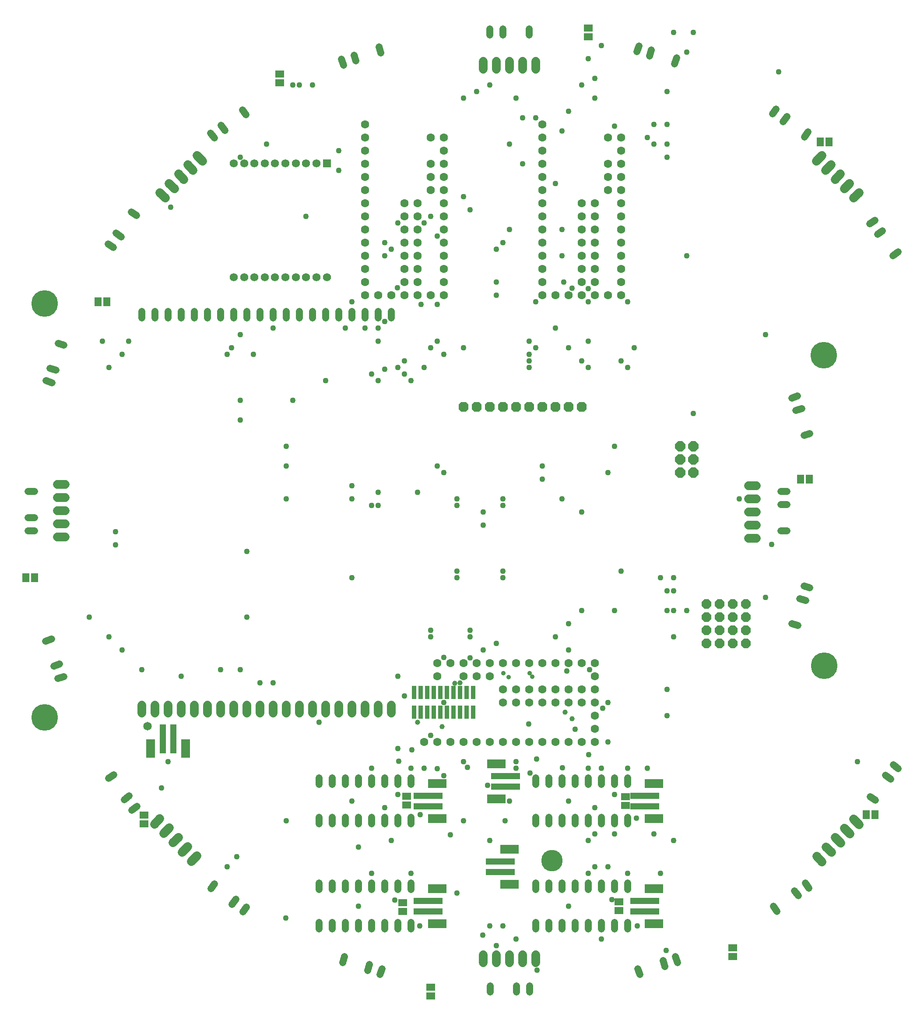
<source format=gbs>
G75*
%MOIN*%
%OFA0B0*%
%FSLAX25Y25*%
%IPPOS*%
%LPD*%
%AMOC8*
5,1,8,0,0,1.08239X$1,22.5*
%
%ADD10C,0.20285*%
%ADD11C,0.16348*%
%ADD12C,0.06600*%
%ADD13R,0.06506X0.05718*%
%ADD14R,0.22254X0.04537*%
%ADD15R,0.13986X0.06899*%
%ADD16C,0.05400*%
%ADD17OC8,0.07200*%
%ADD18C,0.06300*%
%ADD19C,0.06200*%
%ADD20R,0.06200X0.06200*%
%ADD21R,0.03750X0.10049*%
%ADD22OC8,0.07600*%
%ADD23R,0.04537X0.22254*%
%ADD24R,0.06899X0.13986*%
%ADD25OC8,0.08000*%
%ADD26R,0.05718X0.06506*%
%ADD27C,0.04362*%
%ADD28C,0.06506*%
%ADD29C,0.03969*%
%ADD30C,0.03600*%
D10*
X0162706Y0410343D03*
X0162706Y0725304D03*
X0756013Y0685934D03*
X0756406Y0449713D03*
D11*
X0549259Y0301383D03*
D12*
X0278891Y0305013D02*
X0274648Y0300771D01*
X0267577Y0307842D02*
X0271820Y0312085D01*
X0264749Y0319156D02*
X0260506Y0314913D01*
X0253435Y0321984D02*
X0257678Y0326227D01*
X0250606Y0333298D02*
X0246364Y0329055D01*
X0246800Y0413800D02*
X0246800Y0419800D01*
X0236800Y0419800D02*
X0236800Y0413800D01*
X0256800Y0413800D02*
X0256800Y0419800D01*
X0266800Y0419800D02*
X0266800Y0413800D01*
X0276800Y0413800D02*
X0276800Y0419800D01*
X0286800Y0419800D02*
X0286800Y0413800D01*
X0296800Y0413800D02*
X0296800Y0419800D01*
X0306800Y0419800D02*
X0306800Y0413800D01*
X0316800Y0413800D02*
X0316800Y0419800D01*
X0326800Y0419800D02*
X0326800Y0413800D01*
X0336800Y0413800D02*
X0336800Y0419800D01*
X0346800Y0419800D02*
X0346800Y0413800D01*
X0356800Y0413800D02*
X0356800Y0419800D01*
X0366800Y0419800D02*
X0366800Y0413800D01*
X0376800Y0413800D02*
X0376800Y0419800D01*
X0386800Y0419800D02*
X0386800Y0413800D01*
X0396800Y0413800D02*
X0396800Y0419800D01*
X0406800Y0419800D02*
X0406800Y0413800D01*
X0416800Y0413800D02*
X0416800Y0419800D01*
X0426800Y0419800D02*
X0426800Y0413800D01*
X0496800Y0229800D02*
X0496800Y0223800D01*
X0506800Y0223800D02*
X0506800Y0229800D01*
X0516800Y0229800D02*
X0516800Y0223800D01*
X0526800Y0223800D02*
X0526800Y0229800D01*
X0536800Y0229800D02*
X0536800Y0223800D01*
X0750702Y0304750D02*
X0754945Y0300508D01*
X0762016Y0307579D02*
X0757773Y0311821D01*
X0764844Y0318892D02*
X0769087Y0314650D01*
X0776158Y0321721D02*
X0771915Y0325963D01*
X0778986Y0333035D02*
X0783229Y0328792D01*
X0704800Y0546800D02*
X0698800Y0546800D01*
X0698800Y0556800D02*
X0704800Y0556800D01*
X0704800Y0566800D02*
X0698800Y0566800D01*
X0698800Y0576800D02*
X0704800Y0576800D01*
X0704800Y0586800D02*
X0698800Y0586800D01*
X0778821Y0805537D02*
X0783063Y0809779D01*
X0775992Y0816850D02*
X0771750Y0812608D01*
X0764679Y0819679D02*
X0768921Y0823921D01*
X0761850Y0830992D02*
X0757608Y0826750D01*
X0750537Y0833821D02*
X0754779Y0838063D01*
X0536800Y0903800D02*
X0536800Y0909800D01*
X0526800Y0909800D02*
X0526800Y0903800D01*
X0516800Y0903800D02*
X0516800Y0909800D01*
X0506800Y0909800D02*
X0506800Y0903800D01*
X0496800Y0903800D02*
X0496800Y0909800D01*
X0283063Y0833821D02*
X0278821Y0838063D01*
X0271750Y0830992D02*
X0275992Y0826750D01*
X0268921Y0819679D02*
X0264679Y0823921D01*
X0257608Y0816850D02*
X0261850Y0812608D01*
X0254779Y0805537D02*
X0250537Y0809779D01*
X0178461Y0587745D02*
X0172461Y0587745D01*
X0172461Y0577745D02*
X0178461Y0577745D01*
X0178461Y0567745D02*
X0172461Y0567745D01*
X0172461Y0557745D02*
X0178461Y0557745D01*
X0178461Y0547745D02*
X0172461Y0547745D01*
D13*
X0238561Y0335972D03*
X0238561Y0329279D03*
X0438611Y0343690D03*
X0438611Y0350383D03*
X0435580Y0269359D03*
X0435580Y0262666D03*
X0456800Y0205146D03*
X0456800Y0198454D03*
X0600265Y0263375D03*
X0600265Y0270068D03*
X0605176Y0343432D03*
X0605176Y0350125D03*
X0686800Y0235146D03*
X0686800Y0228454D03*
X0341800Y0893454D03*
X0341800Y0900146D03*
X0576800Y0928454D03*
X0576800Y0935146D03*
D14*
X0513887Y0365737D03*
X0513887Y0357863D03*
X0509713Y0300737D03*
X0509713Y0292863D03*
X0454713Y0270737D03*
X0454713Y0262863D03*
X0454713Y0342863D03*
X0454713Y0350737D03*
X0619713Y0350737D03*
X0619713Y0342863D03*
X0619713Y0270737D03*
X0619713Y0262863D03*
D15*
X0626800Y0253414D03*
X0626800Y0280186D03*
X0626800Y0333414D03*
X0626800Y0360186D03*
X0516800Y0310186D03*
X0516800Y0283414D03*
X0461800Y0280186D03*
X0461800Y0253414D03*
X0461800Y0333414D03*
X0461800Y0360186D03*
X0506800Y0348414D03*
X0506800Y0375186D03*
D16*
X0536800Y0364200D02*
X0536800Y0359400D01*
X0546800Y0359400D02*
X0546800Y0364200D01*
X0556800Y0364200D02*
X0556800Y0359400D01*
X0566800Y0359400D02*
X0566800Y0364200D01*
X0576800Y0364200D02*
X0576800Y0359400D01*
X0586800Y0359400D02*
X0586800Y0364200D01*
X0596800Y0364200D02*
X0596800Y0359400D01*
X0606800Y0359400D02*
X0606800Y0364200D01*
X0606800Y0334200D02*
X0606800Y0329400D01*
X0596800Y0329400D02*
X0596800Y0334200D01*
X0586800Y0334200D02*
X0586800Y0329400D01*
X0576800Y0329400D02*
X0576800Y0334200D01*
X0566800Y0334200D02*
X0566800Y0329400D01*
X0556800Y0329400D02*
X0556800Y0334200D01*
X0546800Y0334200D02*
X0546800Y0329400D01*
X0536800Y0329400D02*
X0536800Y0334200D01*
X0536800Y0284200D02*
X0536800Y0279400D01*
X0546800Y0279400D02*
X0546800Y0284200D01*
X0556800Y0284200D02*
X0556800Y0279400D01*
X0566800Y0279400D02*
X0566800Y0284200D01*
X0576800Y0284200D02*
X0576800Y0279400D01*
X0586800Y0279400D02*
X0586800Y0284200D01*
X0596800Y0284200D02*
X0596800Y0279400D01*
X0606800Y0279400D02*
X0606800Y0284200D01*
X0606800Y0254200D02*
X0606800Y0249400D01*
X0596800Y0249400D02*
X0596800Y0254200D01*
X0586800Y0254200D02*
X0586800Y0249400D01*
X0576800Y0249400D02*
X0576800Y0254200D01*
X0566800Y0254200D02*
X0566800Y0249400D01*
X0556800Y0249400D02*
X0556800Y0254200D01*
X0546800Y0254200D02*
X0546800Y0249400D01*
X0536800Y0249400D02*
X0536800Y0254200D01*
X0532076Y0206129D02*
X0532076Y0201329D01*
X0522076Y0201329D02*
X0522076Y0206129D01*
X0502076Y0206129D02*
X0502076Y0201329D01*
X0441800Y0249400D02*
X0441800Y0254200D01*
X0431800Y0254200D02*
X0431800Y0249400D01*
X0421800Y0249400D02*
X0421800Y0254200D01*
X0411800Y0254200D02*
X0411800Y0249400D01*
X0401800Y0249400D02*
X0401800Y0254200D01*
X0391800Y0254200D02*
X0391800Y0249400D01*
X0381800Y0249400D02*
X0381800Y0254200D01*
X0371800Y0254200D02*
X0371800Y0249400D01*
X0391189Y0228403D02*
X0389706Y0223838D01*
X0408727Y0217657D02*
X0410210Y0222222D01*
X0419721Y0219132D02*
X0418238Y0214567D01*
X0421800Y0279400D02*
X0421800Y0284200D01*
X0411800Y0284200D02*
X0411800Y0279400D01*
X0401800Y0279400D02*
X0401800Y0284200D01*
X0391800Y0284200D02*
X0391800Y0279400D01*
X0381800Y0279400D02*
X0381800Y0284200D01*
X0371800Y0284200D02*
X0371800Y0279400D01*
X0371800Y0329400D02*
X0371800Y0334200D01*
X0381800Y0334200D02*
X0381800Y0329400D01*
X0391800Y0329400D02*
X0391800Y0334200D01*
X0401800Y0334200D02*
X0401800Y0329400D01*
X0411800Y0329400D02*
X0411800Y0334200D01*
X0421800Y0334200D02*
X0421800Y0329400D01*
X0431800Y0329400D02*
X0431800Y0334200D01*
X0441800Y0334200D02*
X0441800Y0329400D01*
X0441800Y0359400D02*
X0441800Y0364200D01*
X0431800Y0364200D02*
X0431800Y0359400D01*
X0421800Y0359400D02*
X0421800Y0364200D01*
X0411800Y0364200D02*
X0411800Y0359400D01*
X0401800Y0359400D02*
X0401800Y0364200D01*
X0391800Y0364200D02*
X0391800Y0359400D01*
X0381800Y0359400D02*
X0381800Y0364200D01*
X0371800Y0364200D02*
X0371800Y0359400D01*
X0431800Y0284200D02*
X0431800Y0279400D01*
X0441800Y0279400D02*
X0441800Y0284200D01*
X0316566Y0266185D02*
X0313745Y0262301D01*
X0305655Y0268179D02*
X0308476Y0272063D01*
X0292296Y0283818D02*
X0289475Y0279935D01*
X0233149Y0342571D02*
X0229266Y0339750D01*
X0223388Y0347840D02*
X0227271Y0350662D01*
X0215515Y0366842D02*
X0211632Y0364021D01*
X0177419Y0441465D02*
X0172854Y0439981D01*
X0169763Y0449492D02*
X0174328Y0450975D01*
X0168148Y0469996D02*
X0163583Y0468513D01*
X0155106Y0552469D02*
X0150306Y0552469D01*
X0150306Y0562469D02*
X0155106Y0562469D01*
X0155106Y0582469D02*
X0150306Y0582469D01*
X0168345Y0665060D02*
X0163780Y0666543D01*
X0166870Y0676054D02*
X0171435Y0674571D01*
X0177615Y0693592D02*
X0173050Y0695075D01*
X0236800Y0714400D02*
X0236800Y0719200D01*
X0246800Y0719200D02*
X0246800Y0714400D01*
X0256800Y0714400D02*
X0256800Y0719200D01*
X0266800Y0719200D02*
X0266800Y0714400D01*
X0276800Y0714400D02*
X0276800Y0719200D01*
X0286800Y0719200D02*
X0286800Y0714400D01*
X0296800Y0714400D02*
X0296800Y0719200D01*
X0306800Y0719200D02*
X0306800Y0714400D01*
X0316800Y0714400D02*
X0316800Y0719200D01*
X0326800Y0719200D02*
X0326800Y0714400D01*
X0336800Y0714400D02*
X0336800Y0719200D01*
X0346800Y0719200D02*
X0346800Y0714400D01*
X0356800Y0714400D02*
X0356800Y0719200D01*
X0366800Y0719200D02*
X0366800Y0714400D01*
X0376800Y0714400D02*
X0376800Y0719200D01*
X0386800Y0719200D02*
X0386800Y0714400D01*
X0396800Y0714400D02*
X0396800Y0719200D01*
X0406800Y0719200D02*
X0406800Y0714400D01*
X0416800Y0714400D02*
X0416800Y0719200D01*
X0426800Y0719200D02*
X0426800Y0714400D01*
X0300150Y0857156D02*
X0297328Y0861039D01*
X0289238Y0855161D02*
X0292060Y0851278D01*
X0316330Y0868911D02*
X0313509Y0872795D01*
X0390441Y0906811D02*
X0388958Y0911376D01*
X0398468Y0914467D02*
X0399952Y0909902D01*
X0418973Y0916082D02*
X0417490Y0920647D01*
X0501800Y0929557D02*
X0501800Y0934357D01*
X0511800Y0934357D02*
X0511800Y0929557D01*
X0531800Y0929557D02*
X0531800Y0934357D01*
X0613997Y0916948D02*
X0615481Y0921513D01*
X0624991Y0918423D02*
X0623508Y0913858D01*
X0642529Y0907677D02*
X0644012Y0912243D01*
X0717152Y0869620D02*
X0719973Y0873503D01*
X0728063Y0867625D02*
X0725242Y0863742D01*
X0741422Y0851986D02*
X0744244Y0855870D01*
X0795082Y0788850D02*
X0791199Y0786029D01*
X0797077Y0777938D02*
X0800960Y0780760D01*
X0812716Y0764579D02*
X0808833Y0761758D01*
X0736337Y0654957D02*
X0731772Y0653474D01*
X0734862Y0643963D02*
X0739427Y0645447D01*
X0745608Y0626425D02*
X0741042Y0624942D01*
X0728255Y0582469D02*
X0723455Y0582469D01*
X0723455Y0572469D02*
X0728255Y0572469D01*
X0728255Y0552469D02*
X0723455Y0552469D01*
X0741082Y0510351D02*
X0745647Y0508868D01*
X0742557Y0499357D02*
X0737992Y0500840D01*
X0731811Y0481819D02*
X0736376Y0480336D01*
X0809108Y0374322D02*
X0812991Y0371501D01*
X0807114Y0363411D02*
X0803230Y0366232D01*
X0791475Y0350052D02*
X0795358Y0347230D01*
X0742052Y0284330D02*
X0744873Y0280447D01*
X0736783Y0274569D02*
X0733962Y0278452D01*
X0717782Y0266697D02*
X0720603Y0262813D01*
X0643198Y0228403D02*
X0644682Y0223838D01*
X0635171Y0220748D02*
X0633688Y0225313D01*
X0614667Y0219132D02*
X0616150Y0214567D01*
X0215200Y0767978D02*
X0211317Y0770800D01*
X0217195Y0778890D02*
X0221078Y0776069D01*
X0232834Y0792249D02*
X0228951Y0795070D01*
D17*
X0666800Y0496800D03*
X0666800Y0486800D03*
X0666800Y0476800D03*
X0666800Y0466800D03*
X0676800Y0466800D03*
X0676800Y0476800D03*
X0676800Y0486800D03*
X0676800Y0496800D03*
X0686800Y0496800D03*
X0686800Y0486800D03*
X0686800Y0476800D03*
X0686800Y0466800D03*
X0696800Y0466800D03*
X0696800Y0476800D03*
X0696800Y0486800D03*
X0696800Y0496800D03*
D18*
X0581800Y0451800D03*
X0581800Y0441800D03*
X0581800Y0431800D03*
X0581800Y0421800D03*
X0581800Y0411800D03*
X0581800Y0401800D03*
X0581800Y0391800D03*
X0571800Y0391800D03*
X0561800Y0391800D03*
X0551800Y0391800D03*
X0541800Y0391800D03*
X0531800Y0391800D03*
X0521800Y0391800D03*
X0511800Y0391800D03*
X0501800Y0391800D03*
X0491800Y0391800D03*
X0481800Y0391800D03*
X0471800Y0391800D03*
X0461800Y0391800D03*
X0451800Y0391800D03*
X0461800Y0441800D03*
X0461800Y0451800D03*
X0471800Y0451800D03*
X0481800Y0451800D03*
X0481800Y0441800D03*
X0491800Y0441800D03*
X0491800Y0451800D03*
X0501800Y0451800D03*
X0501800Y0441800D03*
X0511800Y0431800D03*
X0511800Y0421800D03*
X0521800Y0421800D03*
X0521800Y0431800D03*
X0531800Y0431800D03*
X0531800Y0421800D03*
X0541800Y0421800D03*
X0541800Y0431800D03*
X0551800Y0431800D03*
X0551800Y0421800D03*
X0561800Y0421800D03*
X0561800Y0431800D03*
X0571800Y0431800D03*
X0571800Y0421800D03*
X0571800Y0451800D03*
X0561800Y0451800D03*
X0551800Y0451800D03*
X0541800Y0451800D03*
X0531800Y0451800D03*
X0521800Y0451800D03*
X0511800Y0451800D03*
X0541800Y0731800D03*
X0541800Y0741800D03*
X0541800Y0751800D03*
X0541800Y0761800D03*
X0541800Y0771800D03*
X0541800Y0781800D03*
X0541800Y0791800D03*
X0541800Y0801800D03*
X0541800Y0811800D03*
X0541800Y0821800D03*
X0541800Y0831800D03*
X0541800Y0841800D03*
X0541800Y0851800D03*
X0541800Y0861800D03*
X0591800Y0851800D03*
X0601800Y0851800D03*
X0601800Y0841800D03*
X0601800Y0831800D03*
X0601800Y0821800D03*
X0601800Y0811800D03*
X0601800Y0801800D03*
X0601800Y0791800D03*
X0601800Y0781800D03*
X0601800Y0771800D03*
X0601800Y0761800D03*
X0601800Y0751800D03*
X0601800Y0741800D03*
X0601800Y0731800D03*
X0591800Y0731800D03*
X0581800Y0731800D03*
X0581800Y0741800D03*
X0581800Y0751800D03*
X0581800Y0761800D03*
X0581800Y0771800D03*
X0581800Y0781800D03*
X0581800Y0791800D03*
X0581800Y0801800D03*
X0571800Y0801800D03*
X0571800Y0791800D03*
X0571800Y0781800D03*
X0571800Y0771800D03*
X0571800Y0761800D03*
X0571800Y0751800D03*
X0571800Y0741800D03*
X0571800Y0731800D03*
X0561800Y0731800D03*
X0551800Y0731800D03*
X0591800Y0811800D03*
X0591800Y0821800D03*
X0591800Y0831800D03*
X0466800Y0831800D03*
X0466800Y0821800D03*
X0466800Y0811800D03*
X0466800Y0801800D03*
X0466800Y0791800D03*
X0466800Y0781800D03*
X0466800Y0771800D03*
X0466800Y0761800D03*
X0466800Y0751800D03*
X0466800Y0741800D03*
X0466800Y0731800D03*
X0456800Y0731800D03*
X0446800Y0731800D03*
X0446800Y0741800D03*
X0446800Y0751800D03*
X0446800Y0761800D03*
X0446800Y0771800D03*
X0446800Y0781800D03*
X0446800Y0791800D03*
X0446800Y0801800D03*
X0436800Y0801800D03*
X0436800Y0791800D03*
X0436800Y0781800D03*
X0436800Y0771800D03*
X0436800Y0761800D03*
X0436800Y0751800D03*
X0436800Y0741800D03*
X0436800Y0731800D03*
X0426800Y0731800D03*
X0416800Y0731800D03*
X0406800Y0731800D03*
X0406800Y0741800D03*
X0406800Y0751800D03*
X0406800Y0761800D03*
X0406800Y0771800D03*
X0406800Y0781800D03*
X0406800Y0791800D03*
X0406800Y0801800D03*
X0406800Y0811800D03*
X0406800Y0821800D03*
X0406800Y0831800D03*
X0406800Y0841800D03*
X0406800Y0851800D03*
X0406800Y0861800D03*
X0456800Y0851800D03*
X0466800Y0851800D03*
X0466800Y0841800D03*
X0456800Y0831800D03*
X0456800Y0821800D03*
X0456800Y0811800D03*
D19*
X0377687Y0745469D03*
X0369813Y0745469D03*
X0361939Y0745469D03*
X0354065Y0745469D03*
X0346191Y0745469D03*
X0338317Y0745469D03*
X0330443Y0745469D03*
X0322569Y0745469D03*
X0314695Y0745469D03*
X0306821Y0745469D03*
X0306821Y0832083D03*
X0314695Y0832083D03*
X0322569Y0832083D03*
X0330443Y0832083D03*
X0338317Y0832083D03*
X0346191Y0832083D03*
X0354065Y0832083D03*
X0361939Y0832083D03*
X0369813Y0832083D03*
D20*
X0377687Y0832083D03*
D21*
X0444300Y0429300D03*
X0449300Y0429300D03*
X0454300Y0429300D03*
X0459300Y0429300D03*
X0464300Y0429300D03*
X0469300Y0429300D03*
X0474300Y0429300D03*
X0479300Y0429300D03*
X0484300Y0429300D03*
X0489300Y0429300D03*
X0489300Y0414300D03*
X0484300Y0414300D03*
X0479300Y0414300D03*
X0474300Y0414300D03*
X0469300Y0414300D03*
X0464300Y0414300D03*
X0459300Y0414300D03*
X0454300Y0414300D03*
X0449300Y0414300D03*
X0444300Y0414300D03*
D22*
X0481800Y0646800D03*
X0491800Y0646800D03*
X0501800Y0646800D03*
X0511800Y0646800D03*
X0521800Y0646800D03*
X0531800Y0646800D03*
X0541800Y0646800D03*
X0551800Y0646800D03*
X0561800Y0646800D03*
X0571800Y0646800D03*
D23*
X0260737Y0393887D03*
X0252863Y0393887D03*
D24*
X0243414Y0386800D03*
X0270186Y0386800D03*
D25*
X0646800Y0596800D03*
X0646800Y0606800D03*
X0646800Y0616800D03*
X0656800Y0616800D03*
X0656800Y0606800D03*
X0656800Y0596800D03*
D26*
X0738454Y0591800D03*
X0745146Y0591800D03*
X0753597Y0848317D03*
X0760290Y0848317D03*
X0788532Y0336519D03*
X0795225Y0336519D03*
X0210146Y0726800D03*
X0203454Y0726800D03*
X0155146Y0516800D03*
X0148454Y0516800D03*
D27*
X0196800Y0486800D03*
X0211800Y0471800D03*
X0221800Y0461800D03*
X0236800Y0446800D03*
X0266800Y0441800D03*
X0296800Y0446800D03*
X0311800Y0446800D03*
X0326800Y0436800D03*
X0336800Y0436800D03*
X0371800Y0406800D03*
X0411800Y0371800D03*
X0432556Y0377020D03*
X0431800Y0386800D03*
X0442444Y0385604D03*
X0441800Y0371800D03*
X0451800Y0371800D03*
X0461822Y0371208D03*
X0466800Y0366164D03*
X0481800Y0376800D03*
X0484904Y0372464D03*
X0500245Y0358582D03*
X0516800Y0346800D03*
X0513593Y0331706D03*
X0501800Y0316800D03*
X0481800Y0331800D03*
X0471686Y0321156D03*
X0448926Y0336328D03*
X0431997Y0351682D03*
X0421800Y0341800D03*
X0426800Y0316800D03*
X0411800Y0291800D03*
X0401800Y0311800D03*
X0396800Y0346800D03*
X0346800Y0331800D03*
X0309137Y0304243D03*
X0301800Y0296800D03*
X0346531Y0257559D03*
X0401800Y0266800D03*
X0429664Y0271481D03*
X0441800Y0291800D03*
X0476800Y0276800D03*
X0501800Y0251800D03*
X0496573Y0244648D03*
X0506800Y0236800D03*
X0511800Y0251800D03*
X0521800Y0241800D03*
X0537862Y0217927D03*
X0561800Y0266800D03*
X0576800Y0291800D03*
X0581800Y0296800D03*
X0591800Y0296800D03*
X0606800Y0291800D03*
X0594831Y0271800D03*
X0614162Y0251800D03*
X0636080Y0233110D03*
X0586800Y0241800D03*
X0631800Y0291800D03*
X0641800Y0316800D03*
X0626800Y0321800D03*
X0613375Y0333769D03*
X0596800Y0321800D03*
X0581800Y0321800D03*
X0576800Y0316800D03*
X0581800Y0341800D03*
X0596800Y0351800D03*
X0586800Y0371800D03*
X0576800Y0371800D03*
X0577085Y0382173D03*
X0591800Y0391800D03*
X0606800Y0371800D03*
X0621800Y0371800D03*
X0636800Y0411800D03*
X0636800Y0431800D03*
X0641800Y0471800D03*
X0641800Y0491800D03*
X0636800Y0491800D03*
X0636800Y0506800D03*
X0641800Y0506800D03*
X0641800Y0516800D03*
X0631800Y0516800D03*
X0601800Y0521800D03*
X0596800Y0491800D03*
X0571800Y0491800D03*
X0561800Y0481800D03*
X0551800Y0471800D03*
X0561800Y0461800D03*
X0560474Y0445701D03*
X0577774Y0446791D03*
X0591800Y0421800D03*
X0587713Y0417426D03*
X0566778Y0401274D03*
X0557274Y0371895D03*
X0537467Y0378830D03*
X0532360Y0368025D03*
X0521800Y0371800D03*
X0521800Y0376800D03*
X0531368Y0405379D03*
X0486726Y0455677D03*
X0496800Y0461800D03*
X0486800Y0471800D03*
X0486800Y0476800D03*
X0466831Y0456041D03*
X0456800Y0471800D03*
X0456800Y0476800D03*
X0431800Y0441800D03*
X0436800Y0426800D03*
X0466800Y0421800D03*
X0456800Y0396800D03*
X0506800Y0466800D03*
X0511800Y0516800D03*
X0511800Y0521800D03*
X0476800Y0521800D03*
X0476800Y0516800D03*
X0496800Y0556800D03*
X0496800Y0566800D03*
X0511800Y0571800D03*
X0511800Y0576800D03*
X0541800Y0591800D03*
X0541800Y0601800D03*
X0556800Y0576800D03*
X0571800Y0566800D03*
X0591800Y0596800D03*
X0596800Y0616800D03*
X0606800Y0676800D03*
X0601800Y0681800D03*
X0611800Y0691800D03*
X0606800Y0726800D03*
X0576800Y0726800D03*
X0576800Y0736800D03*
X0564449Y0736914D03*
X0558311Y0741610D03*
X0556800Y0761800D03*
X0556800Y0781800D03*
X0551800Y0816800D03*
X0526800Y0831800D03*
X0516800Y0846800D03*
X0526800Y0866800D03*
X0536800Y0866800D03*
X0521800Y0881800D03*
X0501800Y0891800D03*
X0491800Y0886800D03*
X0481800Y0881800D03*
X0481800Y0806800D03*
X0486800Y0796800D03*
X0461800Y0776800D03*
X0451800Y0786800D03*
X0456800Y0791800D03*
X0431800Y0786800D03*
X0421800Y0771800D03*
X0426800Y0766800D03*
X0421800Y0761800D03*
X0431618Y0737391D03*
X0449418Y0724612D03*
X0461800Y0724609D03*
X0461800Y0696800D03*
X0456800Y0691800D03*
X0466800Y0686800D03*
X0451800Y0676800D03*
X0441800Y0666800D03*
X0436800Y0671800D03*
X0431800Y0676800D03*
X0436800Y0681800D03*
X0421896Y0675279D03*
X0416800Y0666800D03*
X0411800Y0671800D03*
X0416800Y0696800D03*
X0416800Y0706800D03*
X0421800Y0711800D03*
X0406800Y0706800D03*
X0391800Y0706800D03*
X0396800Y0726800D03*
X0376800Y0666800D03*
X0351800Y0651800D03*
X0346800Y0616800D03*
X0346800Y0601800D03*
X0346800Y0576800D03*
X0316800Y0536800D03*
X0316800Y0486800D03*
X0396800Y0516800D03*
X0411800Y0571800D03*
X0416800Y0571800D03*
X0416800Y0581800D03*
X0396800Y0576800D03*
X0396800Y0586800D03*
X0446800Y0581800D03*
X0461800Y0601800D03*
X0466800Y0596800D03*
X0476800Y0576800D03*
X0476800Y0571800D03*
X0531800Y0676800D03*
X0531800Y0681800D03*
X0531800Y0686800D03*
X0536800Y0691800D03*
X0531800Y0696800D03*
X0551800Y0706800D03*
X0561800Y0691800D03*
X0571800Y0681800D03*
X0576800Y0676800D03*
X0576800Y0696800D03*
X0536800Y0726800D03*
X0506800Y0731800D03*
X0506800Y0741800D03*
X0506800Y0766800D03*
X0511800Y0771800D03*
X0516800Y0781800D03*
X0556800Y0856800D03*
X0561800Y0871800D03*
X0571800Y0891800D03*
X0581800Y0896800D03*
X0581800Y0881800D03*
X0596845Y0860207D03*
X0621800Y0851800D03*
X0626800Y0846800D03*
X0636800Y0846800D03*
X0636800Y0836800D03*
X0636800Y0861800D03*
X0626800Y0861800D03*
X0636800Y0886800D03*
X0651800Y0916800D03*
X0656800Y0931800D03*
X0641800Y0931800D03*
X0586800Y0921800D03*
X0576800Y0911800D03*
X0651800Y0761800D03*
X0711800Y0701800D03*
X0656800Y0641800D03*
X0691800Y0576800D03*
X0716446Y0542018D03*
X0711800Y0501800D03*
X0651800Y0491800D03*
X0781800Y0376800D03*
X0561800Y0346800D03*
X0448375Y0251800D03*
X0256800Y0376800D03*
X0251800Y0356800D03*
X0216800Y0541800D03*
X0216800Y0551800D03*
X0311800Y0636800D03*
X0311800Y0651800D03*
X0301800Y0686800D03*
X0305256Y0691792D03*
X0311800Y0701800D03*
X0321800Y0686800D03*
X0336800Y0706800D03*
X0361800Y0791800D03*
X0386800Y0826800D03*
X0386800Y0841800D03*
X0366800Y0891800D03*
X0356800Y0891800D03*
X0351800Y0891800D03*
X0331800Y0846800D03*
X0311800Y0836800D03*
X0258945Y0798841D03*
X0226800Y0696800D03*
X0221800Y0686800D03*
X0211800Y0676800D03*
X0206800Y0696800D03*
X0481800Y0691800D03*
X0721800Y0901800D03*
D28*
X0241052Y0403650D03*
D29*
X0446800Y0406800D03*
X0465619Y0403375D03*
X0475009Y0436479D03*
X0479241Y0436721D03*
X0559162Y0414438D03*
X0564613Y0409338D03*
D30*
X0534299Y0441211D03*
X0532026Y0444177D03*
X0516311Y0441120D03*
X0512026Y0444177D03*
M02*

</source>
